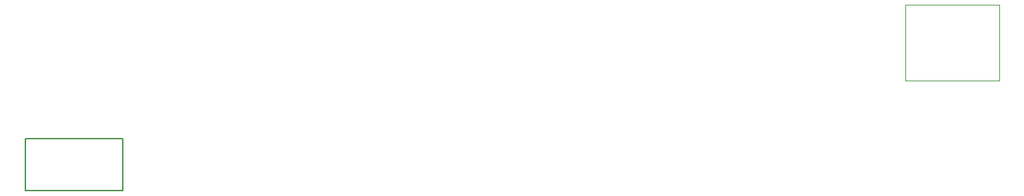
<source format=gbr>
%TF.GenerationSoftware,Altium Limited,Altium Designer,24.7.2 (38)*%
G04 Layer_Color=16711935*
%FSLAX43Y43*%
%MOMM*%
%TF.SameCoordinates,3DDE4B3C-03A5-4BC3-9972-2EF5A5DF1AA7*%
%TF.FilePolarity,Positive*%
%TF.FileFunction,Other,Top_Courtyard*%
%TF.Part,Single*%
G01*
G75*
%TA.AperFunction,NonConductor*%
%ADD81C,0.200*%
%ADD109C,0.050*%
D81*
X24345Y196151D02*
X36395D01*
Y189701D02*
Y196151D01*
X24345Y189701D02*
X36395D01*
X24345D02*
Y196151D01*
D109*
X133000Y203300D02*
X144600D01*
X133000D02*
Y212700D01*
X144600D01*
Y203300D02*
Y212700D01*
%TF.MD5,5382b8de376394a4a7e7fb9676738ef0*%
M02*

</source>
